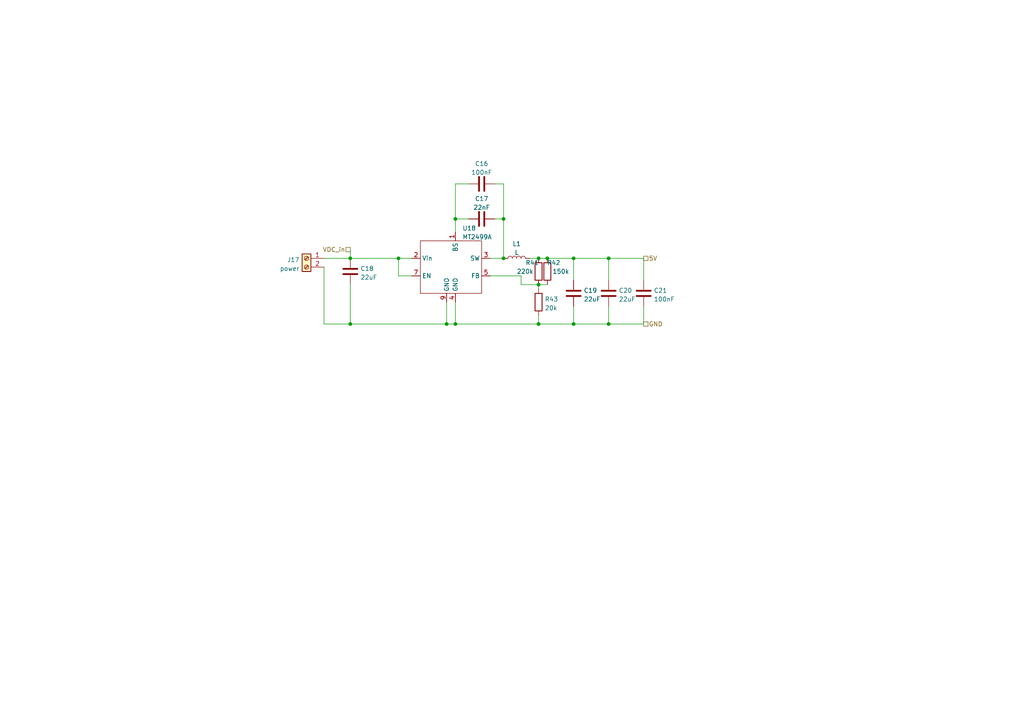
<source format=kicad_sch>
(kicad_sch (version 20230121) (generator eeschema)
  (paper "A4")
  (lib_symbols
    (symbol "Connector:Screw_Terminal_01x02" (pin_names (offset 1.016) hide)
      (property "Reference" "J" (at 0 2.54 0))
      (property "Value" "Screw_Terminal_01x02" (at 0 -5.08 0))
      (symbol "Screw_Terminal_01x02_1_1"
        (rectangle (start -1.27 1.27) (end 1.27 -3.81) (stroke (width 0.254)) (fill (type background)))
        (circle (center 0 -2.54) (radius 0.635) (stroke (width 0.1524)))
        (polyline (pts (xy -0.5334 -2.2098) (xy 0.3302 -3.048)) (stroke (width 0.1524)))
        (polyline (pts (xy -0.5334 0.3302) (xy 0.3302 -0.508)) (stroke (width 0.1524)))
        (polyline (pts (xy -0.3556 -2.032) (xy 0.508 -2.8702)) (stroke (width 0.1524)))
        (polyline (pts (xy -0.3556 0.508) (xy 0.508 -0.3302)) (stroke (width 0.1524)))
        (circle (center 0 0) (radius 0.635) (stroke (width 0.1524)))
        (pin passive line (at -5.08 0 0) (length 3.81) (name "Pin_1") (number "1"))
        (pin passive line (at -5.08 -2.54 0) (length 3.81) (name "Pin_2") (number "2"))
      )
    )
    (symbol "Device:C" (pin_numbers hide) (pin_names (offset 0.254))
      (property "Reference" "C" (at 0.635 2.54 0))
      (property "Value" "C" (at 0.635 -2.54 0))
      (symbol "C_0_1"
        (polyline (pts (xy -2.032 -0.762) (xy 2.032 -0.762)) (stroke (width 0.508)))
        (polyline (pts (xy -2.032 0.762) (xy 2.032 0.762)) (stroke (width 0.508)))
      )
      (symbol "C_1_1"
        (pin passive line (at 0 3.81 270) (length 2.794) (name "~") (number "1"))
        (pin passive line (at 0 -3.81 90) (length 2.794) (name "~") (number "2"))
      )
    )
    (symbol "Device:L" (pin_numbers hide) (pin_names (offset 1.016) hide)
      (property "Reference" "L" (at -1.27 0 90))
      (property "Value" "L" (at 1.905 0 90))
      (symbol "L_0_1"
        (arc (start 0 -2.54) (mid 0.6323 -1.905) (end 0 -1.27))
        (arc (start 0 -1.27) (mid 0.6323 -0.635) (end 0 0))
        (arc (start 0 0) (mid 0.6323 0.635) (end 0 1.27))
        (arc (start 0 1.27) (mid 0.6323 1.905) (end 0 2.54))
      )
      (symbol "L_1_1"
        (pin passive line (at 0 3.81 270) (length 1.27) (name "1") (number "1"))
        (pin passive line (at 0 -3.81 90) (length 1.27) (name "2") (number "2"))
      )
    )
    (symbol "Device:R" (pin_numbers hide) (pin_names (offset 0))
      (property "Reference" "R" (at 2.032 0 90))
      (property "Value" "R" (at 0 0 90))
      (symbol "R_0_1"
        (rectangle (start -1.016 -2.54) (end 1.016 2.54) (stroke (width 0.254)))
      )
      (symbol "R_1_1"
        (pin passive line (at 0 3.81 270) (length 1.27) (name "~") (number "1"))
        (pin passive line (at 0 -3.81 90) (length 1.27) (name "~") (number "2"))
      )
    )
    (symbol "custom_kicad_lib_sk:MT499A"
      (property "Reference" "U1" (at 2.0194 9.999 0))
      (property "Value" "MT499A" (at 2.0194 7.4621 0))
      (symbol "MT499A_0_1"
        (rectangle (start -10.16 6.35) (end 7.62 -8.89) (stroke (width 0.1524)))
      )
      (symbol "MT499A_1_1"
        (pin input line (at 0 8.89 270) (length 2.54) (name "BS") (number "1"))
        (pin power_in line (at -12.7 1.27 0) (length 2.54) (name "Vin") (number "2"))
        (pin input line (at 10.16 1.27 180) (length 2.54) (name "SW") (number "3"))
        (pin power_in line (at 0 -11.43 90) (length 2.54) (name "GND") (number "4"))
        (pin input line (at 10.16 -3.81 180) (length 2.54) (name "FB") (number "5"))
        (pin no_connect line (at 8.89 -11.43 180) (length 2.54) hide (name "NC") (number "6"))
        (pin input line (at -12.7 -3.81 0) (length 2.54) (name "EN") (number "7"))
        (pin no_connect line (at 8.89 -13.97 180) (length 2.54) hide (name "NC") (number "8"))
        (pin input line (at -2.54 -11.43 90) (length 2.54) (name "GND") (number "9"))
      )
    )
  )
  (junction (at 101.6 74.93))
  (junction (at 176.53 93.98))
  (junction (at 176.53 74.93))
  (junction (at 166.37 74.93))
  (junction (at 115.57 74.93))
  (junction (at 158.75 74.93))
  (junction (at 146.05 74.93))
  (junction (at 156.21 82.55))
  (junction (at 156.21 74.93))
  (junction (at 101.6 93.98))
  (junction (at 129.54 93.98))
  (junction (at 156.21 93.98))
  (junction (at 146.05 63.5))
  (junction (at 166.37 93.98))
  (junction (at 132.08 63.5))
  (junction (at 132.08 93.98))
  (wire (pts (xy 115.57 74.93) (xy 119.38 74.93)))
  (wire (pts (xy 156.21 93.98) (xy 156.21 91.44)))
  (wire (pts (xy 166.37 93.98) (xy 156.21 93.98)))
  (wire (pts (xy 158.75 74.93) (xy 166.37 74.93)))
  (wire (pts (xy 129.54 87.63) (xy 129.54 93.98)))
  (wire (pts (xy 129.54 93.98) (xy 101.6 93.98)))
  (wire (pts (xy 156.21 82.55) (xy 156.21 83.82)))
  (wire (pts (xy 156.21 74.93) (xy 158.75 74.93)))
  (wire (pts (xy 101.6 74.93) (xy 115.57 74.93)))
  (wire (pts (xy 93.98 93.98) (xy 101.6 93.98)))
  (wire (pts (xy 176.53 88.9) (xy 176.53 93.98)))
  (wire (pts (xy 166.37 74.93) (xy 176.53 74.93)))
  (wire (pts (xy 176.53 93.98) (xy 166.37 93.98)))
  (wire (pts (xy 132.08 93.98) (xy 129.54 93.98)))
  (wire (pts (xy 176.53 74.93) (xy 186.69 74.93)))
  (wire (pts (xy 156.21 93.98) (xy 132.08 93.98)))
  (wire (pts (xy 151.13 80.01) (xy 151.13 82.55)))
  (wire (pts (xy 135.89 53.34) (xy 132.08 53.34)))
  (wire (pts (xy 142.24 74.93) (xy 146.05 74.93)))
  (wire (pts (xy 153.67 74.93) (xy 156.21 74.93)))
  (wire (pts (xy 146.05 63.5) (xy 146.05 53.34)))
  (wire (pts (xy 176.53 74.93) (xy 176.53 81.28)))
  (wire (pts (xy 132.08 53.34) (xy 132.08 63.5)))
  (wire (pts (xy 115.57 74.93) (xy 115.57 80.01)))
  (wire (pts (xy 146.05 53.34) (xy 143.51 53.34)))
  (wire (pts (xy 186.69 88.9) (xy 186.69 93.98)))
  (wire (pts (xy 146.05 74.93) (xy 146.05 63.5)))
  (wire (pts (xy 166.37 88.9) (xy 166.37 93.98)))
  (wire (pts (xy 101.6 93.98) (xy 101.6 82.55)))
  (wire (pts (xy 166.37 81.28) (xy 166.37 74.93)))
  (wire (pts (xy 132.08 93.98) (xy 132.08 87.63)))
  (wire (pts (xy 186.69 81.28) (xy 186.69 74.93)))
  (wire (pts (xy 132.08 63.5) (xy 135.89 63.5)))
  (wire (pts (xy 119.38 80.01) (xy 115.57 80.01)))
  (wire (pts (xy 156.21 82.55) (xy 158.75 82.55)))
  (wire (pts (xy 101.6 72.39) (xy 101.6 74.93)))
  (wire (pts (xy 93.98 77.47) (xy 93.98 93.98)))
  (wire (pts (xy 186.69 93.98) (xy 176.53 93.98)))
  (wire (pts (xy 93.98 74.93) (xy 101.6 74.93)))
  (wire (pts (xy 151.13 82.55) (xy 156.21 82.55)))
  (wire (pts (xy 132.08 63.5) (xy 132.08 67.31)))
  (wire (pts (xy 146.05 63.5) (xy 143.51 63.5)))
  (wire (pts (xy 142.24 80.01) (xy 151.13 80.01)))
  (hierarchical_label "5V" (shape passive) (at 186.69 74.93 0))
  (hierarchical_label "GND" (shape passive) (at 186.69 93.98 0))
  (hierarchical_label "VDC_in" (shape passive) (at 101.6 72.39 180))
  (symbol (lib_id "Device:R") (at 158.75 78.74 180) (unit 1)
    (property "Reference" "R42" (at 162.56 76.2 0) (effects (justify left)))
    (property "Value" "150k" (at 165.1 78.74 0) (effects (justify left)))
    (property "Footprint" "Resistor_SMD:R_0603_1608Metric_Pad0.98x0.95mm_HandSolder" (effects hide))
    (property "JLCPCB Part#" "C22807" (effects hide))
  )
  (symbol (lib_id "Device:C") (at 139.7 53.34 90) (unit 1)
    (property "Reference" "C16" (at 139.7 47.4812 90))
    (property "Value" "100nF" (at 139.7 50.0181 90))
    (property "Footprint" "Capacitor_SMD:C_0402_1005Metric_Pad0.74x0.62mm_HandSolder" (effects hide))
    (property "JLCPCB Part#" "C307331" (effects hide))
  )
  (symbol (lib_id "Device:C") (at 139.7 63.5 90) (unit 1)
    (property "Reference" "C17" (at 139.7 57.6412 90))
    (property "Value" "22nF" (at 139.7 60.1781 90))
    (property "Footprint" "Capacitor_SMD:C_0402_1005Metric_Pad0.74x0.62mm_HandSolder" (effects hide))
    (property "JLCPCB Part#" "C1729" (effects hide))
  )
  (symbol (lib_id "Device:L") (at 149.86 74.93 90) (unit 1)
    (property "Reference" "L1" (at 149.86 70.7222 90))
    (property "Value" "L" (at 149.86 73.2591 90))
    (property "Footprint" "Inductor_SMD:L_Bourns-SRU8028_8.0x8.0mm" (effects hide))
    (property "JLCPCB Part#" "C2929438" (effects hide))
  )
  (symbol (lib_id "Device:C") (at 176.53 85.09 0) (unit 1)
    (property "Reference" "C20" (at 179.451 84.2553 0) (effects (justify left)))
    (property "Value" "22uF" (at 179.451 86.7922 0) (effects (justify left)))
    (property "Footprint" "Capacitor_SMD:C_0603_1608Metric_Pad1.08x0.95mm_HandSolder" (effects hide))
    (property "JLCPCB Part#" "C45783" (effects hide))
  )
  (symbol (lib_id "Connector:Screw_Terminal_01x02") (at 88.9 74.93 0) (mirror y) (unit 1)
    (property "Reference" "J17" (at 86.868 75.3653 0) (effects (justify left)))
    (property "Value" "power" (at 86.868 77.9022 0) (effects (justify left)))
    (property "Footprint" "TerminalBlock_Phoenix:TerminalBlock_Phoenix_MKDS-1,5-2-5.08_1x02_P5.08mm_Horizontal" (effects hide))
  )
  (symbol (lib_id "Device:C") (at 101.6 78.74 0) (unit 1)
    (property "Reference" "C18" (at 104.521 77.9053 0) (effects (justify left)))
    (property "Value" "22uF" (at 104.521 80.4422 0) (effects (justify left)))
    (property "Footprint" "Capacitor_SMD:C_0603_1608Metric_Pad1.08x0.95mm_HandSolder" (effects hide))
    (property "JLCPCB Part#" "C45783" (effects hide))
  )
  (symbol (lib_id "Device:R") (at 156.21 87.63 0) (unit 1)
    (property "Reference" "R43" (at 157.988 86.7953 0) (effects (justify left)))
    (property "Value" "20k" (at 157.988 89.3322 0) (effects (justify left)))
    (property "Footprint" "Resistor_SMD:R_0603_1608Metric_Pad0.98x0.95mm_HandSolder" (effects hide))
    (property "JLCPCB Part#" "C4328" (effects hide))
  )
  (symbol (lib_id "custom_kicad_lib_sk:MT499A") (at 132.08 76.2 0) (unit 1)
    (property "Reference" "U18" (at 134.0994 66.201 0) (effects (justify left)))
    (property "Value" "MT2499A" (at 134.0994 68.7379 0) (effects (justify left)))
    (property "Footprint" "Package_SO:TI_SO-PowerPAD-8" (effects hide))
    (property "Datasheet" "https://datasheet.lcsc.com/lcsc/2205121200_XI-AN-Aerosemi-Tech-MT2499A_C3007555.pdf" (effects hide))
    (property "JLCPCB Part#" "C3007555" (effects hide))
  )
  (symbol (lib_id "Device:C") (at 166.37 85.09 0) (unit 1)
    (property "Reference" "C19" (at 169.291 84.2553 0) (effects (justify left)))
    (property "Value" "22uF" (at 169.291 86.7922 0) (effects (justify left)))
    (property "Footprint" "Capacitor_SMD:C_0603_1608Metric_Pad1.08x0.95mm_HandSolder" (effects hide))
    (property "JLCPCB Part#" "C45783" (effects hide))
  )
  (symbol (lib_id "Device:R") (at 156.21 78.74 0) (unit 1)
    (property "Reference" "R41" (at 152.4 76.2 0) (effects (justify left)))
    (property "Value" "220k" (at 149.86 78.74 0) (effects (justify left)))
    (property "Footprint" "Resistor_SMD:R_0603_1608Metric_Pad0.98x0.95mm_HandSolder" (effects hide))
    (property "JLCPCB Part#" "C22961" (effects hide))
  )
  (symbol (lib_id "Device:C") (at 186.69 85.09 0) (unit 1)
    (property "Reference" "C21" (at 189.611 84.2553 0) (effects (justify left)))
    (property "Value" "100nF" (at 189.611 86.7922 0) (effects (justify left)))
    (property "Footprint" "Capacitor_SMD:C_0402_1005Metric_Pad0.74x0.62mm_HandSolder" (effects hide))
    (property "JLCPCB Part#" "C307331" (effects hide))
  )
)
</source>
